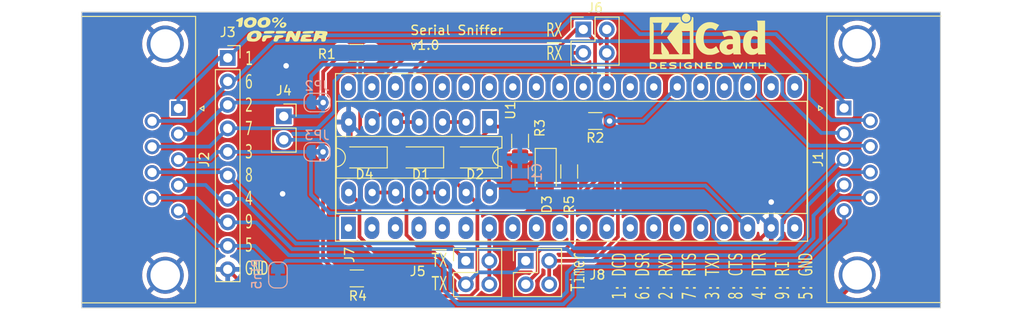
<source format=kicad_pcb>
(kicad_pcb (version 20240108) (generator "pcbnew") (generator_version "8.0")
  (layers (0 "F.Cu" signal) (31 "B.Cu" signal) (34 "B.Paste" user) (35 "F.Paste" user) (36 "B.SilkS" user "B.Silkscreen") (37 "F.SilkS" user "F.Silkscreen") (38 "B.Mask" user) (39 "F.Mask" user) (44 "Edge.Cuts" user))
  (net 0 "")
  (net 1 "GND")
  (net 2 "+5V")
  (net 3 "/Pin1")
  (net 4 "/Pin2")
  (net 5 "/Pin5")
  (net 6 "/Pin6")
  (net 7 "/Pin8")
  (net 8 "/Pin9")
  (net 9 "/Pin4")
  (net 10 "/Pin7")
  (net 11 "/Pin3")
  (net 12 "Net-(D1-K)")
  (net 13 "Net-(D3-A)")
  (net 14 "/~{RX2}")
  (net 15 "/~{RX1}")
  (net 16 "/B14")
  (net 17 "/B3")
  (net 18 "/uA7")
  (net 19 "/C14")
  (net 20 "/B15")
  (net 21 "/B2")
  (net 22 "/B13")
  (net 23 "/uA5")
  (net 24 "/SCL")
  (net 25 "/C15")
  (net 26 "/VB")
  (net 27 "/~{STMRST}")
  (net 28 "/B9")
  (net 29 "/B10")
  (net 30 "/B8")
  (net 31 "/uA0")
  (net 32 "/uA4")
  (net 33 "/uA6")
  (net 34 "/uA1")
  (net 35 "/B5")
  (net 36 "/C13")
  (net 37 "/B0")
  (net 38 "/uA8")
  (net 39 "/B1")
  (net 40 "/B4")
  (net 41 "/USB+")
  (net 42 "/B12")
  (net 43 "/USB-")
  (net 44 "/SDA")
  (net 45 "/RX1#")
  (net 46 "/RX2#")
  (net 47 "/TX1")
  (net 48 "/TX2")
  (net 49 "/uA15")
  (net 50 "Net-(J4-Pin_1)")
  (net 51 "Net-(J4-Pin_2)")
  (net 52 "Net-(U1-Pad2)")
  (net 53 "/STMRX2")
  (net 54 "/STMRX1")
  (net 55 "Net-(U1-Pad11)")
  (footprint "Package_DIP:DIP-40_W15.24mm_Socket_LongPads" (layer "F.Cu") (at 93.98 93.345 90)
    (property "Reference" "J7" (at -2.921 0.127 90) (layer "F.SilkS"))
    (property "Value" "STM32F401" (hide yes))
    (pad "1" thru_hole rect (at 0 0 90) (size 2.4 1.6) (drill 0.8) (layers "*.Cu" "*.Mask") (net 42 "/B12"))
    (pad "2" thru_hole oval (at 0 2.54 90) (size 2.4 1.6) (drill 0.8) (layers "*.Cu" "*.Mask") (net 22 "/B13"))
    (pad "3" thru_hole oval (at 0 5.08 90) (size 2.4 1.6) (drill 0.8) (layers "*.Cu" "*.Mask") (net 16 "/B14"))
    (pad "4" thru_hole oval (at 0 7.62 90) (size 2.4 1.6) (drill 0.8) (layers "*.Cu" "*.Mask") (net 20 "/B15"))
    (pad "5" thru_hole oval (at 0 10.16 90) (size 2.4 1.6) (drill 0.8) (layers "*.Cu" "*.Mask") (net 38 "/uA8"))
    (pad "6" thru_hole oval (at 0 12.7 90) (size 2.4 1.6) (drill 0.8) (layers "*.Cu" "*.Mask") (net 47 "/TX1"))
    (pad "7" thru_hole oval (at 0 15.24 90) (size 2.4 1.6) (drill 0.8) (layers "*.Cu" "*.Mask") (net 54 "/STMRX1"))
    (pad "8" thru_hole oval (at 0 17.78 90) (size 2.4 1.6) (drill 0.8) (layers "*.Cu" "*.Mask") (net 43 "/USB-"))
    (pad "9" thru_hole oval (at 0 20.32 90) (size 2.4 1.6) (drill 0.8) (layers "*.Cu" "*.Mask") (net 41 "/USB+"))
    (pad "10" thru_hole oval (at 0 22.86 90) (size 2.4 1.6) (drill 0.8) (layers "*.Cu" "*.Mask") (net 49 "/uA15"))
    (pad "11" thru_hole oval (at 0 25.4 90) (size 2.4 1.6) (drill 0.8) (layers "*.Cu" "*.Mask") (net 17 "/B3"))
    (pad "12" thru_hole oval (at 0 27.94 90) (size 2.4 1.6) (drill 0.8) (layers "*.Cu" "*.Mask") (net 40 "/B4"))
    (pad "13" thru_hole oval (at 0 30.48 90) (size 2.4 1.6) (drill 0.8) (layers "*.Cu" "*.Mask") (net 35 "/B5"))
    (pad "14" thru_hole oval (at 0 33.02 90) (size 2.4 1.6) (drill 0.8) (layers "*.Cu" "*.Mask") (net 24 "/SCL"))
    (pad "15" thru_hole oval (at 0 35.56 90) (size 2.4 1.6) (drill 0.8) (layers "*.Cu" "*.Mask") (net 44 "/SDA"))
    (pad "16" thru_hole oval (at 0 38.1 90) (size 2.4 1.6) (drill 0.8) (layers "*.Cu" "*.Mask") (net 30 "/B8"))
    (pad "17" thru_hole oval (at 0 40.64 90) (size 2.4 1.6) (drill 0.8) (layers "*.Cu" "*.Mask") (net 28 "/B9"))
    (pad "18" thru_hole oval (at 0 43.18 90) (size 2.4 1.6) (drill 0.8) (layers "*.Cu" "*.Mask") (net 2 "+5V"))
    (pad "19" thru_hole oval (at 0 45.72 90) (size 2.4 1.6) (drill 0.8) (layers "*.Cu" "*.Mask") (net 1 "GND"))
    (pad "20" thru_hole oval (at 0 48.26 90) (size 2.4 1.6) (drill 0.8) (layers "*.Cu" "*.Mask"))
    (pad "21" thru_hole oval (at 15.24 48.26 90) (size 2.4 1.6) (drill 0.8) (layers "*.Cu" "*.Mask") (net 26 "/VB"))
    (pad "22" thru_hole oval (at 15.24 45.72 90) (size 2.4 1.6) (drill 0.8) (layers "*.Cu" "*.Mask") (net 36 "/C13"))
    (pad "23" thru_hole oval (at 15.24 43.18 90) (size 2.4 1.6) (drill 0.8) (layers "*.Cu" "*.Mask") (net 19 "/C14"))
    (pad "24" thru_hole oval (at 15.24 40.64 90) (size 2.4 1.6) (drill 0.8) (layers "*.Cu" "*.Mask") (net 25 "/C15"))
    (pad "25" thru_hole oval (at 15.24 38.1 90) (size 2.4 1.6) (drill 0.8) (layers "*.Cu" "*.Mask") (net 27 "/~{STMRST}"))
    (pad "26" thru_hole oval (at 15.24 35.56 90) (size 2.4 1.6) (drill 0.8) (layers "*.Cu" "*.Mask") (net 31 "/uA0"))
    (pad "27" thru_hole oval (at 15.24 33.02 90) (size 2.4 1.6) (drill 0.8) (layers "*.Cu" "*.Mask") (net 34 "/uA1"))
    (pad "28" thru_hole oval (at 15.24 30.48 90) (size 2.4 1.6) (drill 0.8) (layers "*.Cu" "*.Mask") (net 48 "/TX2"))
    (pad "29" thru_hole oval (at 15.24 27.94 90) (size 2.4 1.6) (drill 0.8) (layers "*.Cu" "*.Mask") (net 53 "/STMRX2"))
    (pad "30" thru_hole oval (at 15.24 25.4 90) (size 2.4 1.6) (drill 0.8) (layers "*.Cu" "*.Mask") (net 32 "/uA4"))
    (pad "31" thru_hole oval (at 15.24 22.86 90) (size 2.4 1.6) (drill 0.8) (layers "*.Cu" "*.Mask") (net 23 "/uA5"))
    (pad "32" thru_hole oval (at 15.24 20.32 90) (size 2.4 1.6) (drill 0.8) (layers "*.Cu" "*.Mask") (net 33 "/uA6"))
    (pad "33" thru_hole oval (at 15.24 17.78 90) (size 2.4 1.6) (drill 0.8) (layers "*.Cu" "*.Mask") (net 18 "/uA7"))
    (pad "34" thru_hole oval (at 15.24 15.24 90) (size 2.4 1.6) (drill 0.8) (layers "*.Cu" "*.Mask") (net 37 "/B0"))
    (pad "35" thru_hole oval (at 15.24 12.7 90) (size 2.4 1.6) (drill 0.8) (layers "*.Cu" "*.Mask") (net 39 "/B1"))
    (pad "36" thru_hole oval (at 15.24 10.16 90) (size 2.4 1.6) (drill 0.8) (layers "*.Cu" "*.Mask") (net 21 "/B2"))
    (pad "37" thru_hole oval (at 15.24 7.62 90) (size 2.4 1.6) (drill 0.8) (layers "*.Cu" "*.Mask") (net 29 "/B10"))
    (pad "38" thru_hole oval (at 15.24 5.08 90) (size 2.4 1.6) (drill 0.8) (layers "*.Cu" "*.Mask"))
    (pad "39" thru_hole oval (at 15.24 2.54 90) (size 2.4 1.6) (drill 0.8) (layers "*.Cu" "*.Mask"))
    (pad "40" thru_hole oval (at 15.24 0 90) (size 2.4 1.6) (drill 0.8) (layers "*.Cu" "*.Mask"))
  )
  (footprint "Resistor_SMD:R_1206_3216Metric_Pad1.30x1.75mm_HandSolder" (layer "F.Cu") (at 112.548 83.947 -90)
    (property "Reference" "R3" (at -1.397 -2.133 90) (layer "F.SilkS"))
    (property "Value" "1k")
    (pad "1" smd roundrect (at -1.55 0 270) (size 1.3 1.75) (layers "F.Cu" "F.Paste" "F.Mask") (roundrect_rratio 0.192308) (net 12 "Net-(D1-K)"))
    (pad "2" smd roundrect (at 1.55 0 270) (size 1.3 1.75) (layers "F.Cu" "F.Paste" "F.Mask") (roundrect_rratio 0.192308) (net 2 "+5V"))
  )
  (footprint "Connector_Dsub:DSUB-9_Female_Horizontal_P2.77x2.84mm_EdgePinOffset7.70mm_Housed_MountingHolesOffset9.12mm" (layer "F.Cu") (at 147.574 80.391 90)
    (property "Reference" "J1" (at -5.54 -2.8 90) (layer "F.SilkS"))
    (property "Value" "DE9_Plug_MountingHoles")
    (pad "0" thru_hole circle (at -18.04 1.42 90) (size 4 4) (drill 3.2) (layers "*.Cu" "*.Mask") (net 1 "GND"))
    (pad "0" thru_hole circle (at 6.96 1.42 90) (size 4 4) (drill 3.2) (layers "*.Cu" "*.Mask") (net 1 "GND"))
    (pad "1" thru_hole rect (at 0 0 90) (size 1.6 1.6) (drill 1) (layers "*.Cu" "*.Mask") (net 3 "/Pin1"))
    (pad "2" thru_hole circle (at -2.77 0 90) (size 1.6 1.6) (drill 1) (layers "*.Cu" "*.Mask") (net 4 "/Pin2"))
    (pad "3" thru_hole circle (at -5.54 0 90) (size 1.6 1.6) (drill 1) (layers "*.Cu" "*.Mask") (net 11 "/Pin3"))
    (pad "4" thru_hole circle (at -8.31 0 90) (size 1.6 1.6) (drill 1) (layers "*.Cu" "*.Mask") (net 9 "/Pin4"))
    (pad "5" thru_hole circle (at -11.08 0 90) (size 1.6 1.6) (drill 1) (layers "*.Cu" "*.Mask") (net 5 "/Pin5"))
    (pad "6" thru_hole circle (at -1.385 2.84 90) (size 1.6 1.6) (drill 1) (layers "*.Cu" "*.Mask") (net 6 "/Pin6"))
    (pad "7" thru_hole circle (at -4.155 2.84 90) (size 1.6 1.6) (drill 1) (layers "*.Cu" "*.Mask") (net 10 "/Pin7"))
    (pad "8" thru_hole circle (at -6.925 2.84 90) (size 1.6 1.6) (drill 1) (layers "*.Cu" "*.Mask") (net 7 "/Pin8"))
    (pad "9" thru_hole circle (at -9.695 2.84 90) (size 1.6 1.6) (drill 1) (layers "*.Cu" "*.Mask") (net 8 "/Pin9"))
  )
  (footprint "Diode_SMD:D_1206_3216Metric_Pad1.42x1.75mm_HandSolder" (layer "F.Cu") (at 101.8175 85.725 180)
    (property "Reference" "D1" (at 0 -1.82 0) (layer "F.SilkS"))
    (property "Value" "1N4148")
    (pad "1" smd roundrect (at -1.4875 0 180) (size 1.425 1.75) (layers "F.Cu" "F.Paste" "F.Mask") (roundrect_rratio 0.175439) (net 12 "Net-(D1-K)"))
    (pad "2" smd roundrect (at 1.4875 0 180) (size 1.425 1.75) (layers "F.Cu" "F.Paste" "F.Mask") (roundrect_rratio 0.175439) (net 1 "GND"))
  )
  (footprint "Symbol:KiCad-Logo2_5mm_SilkScreen" (layer "F.Cu") (at 132.842 73.152)
    (property "Reference" "H1" (hide yes))
    (property "Value" "Logo: kicad" (hide yes))
  )
  (footprint "Connector_PinHeader_2.54mm:PinHeader_2x02_P2.54mm_Vertical" (layer "F.Cu") (at 106.68 96.901)
    (property "Reference" "J5" (at -5.207 1.143 0) (layer "F.SilkS"))
    (property "Value" "Conn_02x02_Odd_Even" (hide yes))
    (pad "1" thru_hole rect (at 0 0) (size 1.7 1.7) (drill 1) (layers "*.Cu" "*.Mask") (net 15 "/~{RX1}"))
    (pad "2" thru_hole oval (at 2.54 0) (size 1.7 1.7) (drill 1) (layers "*.Cu" "*.Mask") (net 54 "/STMRX1"))
    (pad "3" thru_hole oval (at 0 2.54) (size 1.7 1.7) (drill 1) (layers "*.Cu" "*.Mask") (net 45 "/RX1#"))
    (pad "4" thru_hole oval (at 2.54 2.54) (size 1.7 1.7) (drill 1) (layers "*.Cu" "*.Mask") (net 54 "/STMRX1"))
  )
  (footprint "Resistor_SMD:R_1206_3216Metric_Pad1.30x1.75mm_HandSolder" (layer "F.Cu") (at 120.676 81.788 180)
    (property "Reference" "R2" (at 0 -1.82 0) (layer "F.SilkS"))
    (property "Value" "10k")
    (pad "1" smd roundrect (at -1.55 0 180) (size 1.3 1.75) (layers "F.Cu" "F.Paste" "F.Mask") (roundrect_rratio 0.192308) (net 31 "/uA0"))
    (pad "2" smd roundrect (at 1.55 0 180) (size 1.3 1.75) (layers "F.Cu" "F.Paste" "F.Mask") (roundrect_rratio 0.192308) (net 2 "+5V"))
  )
  (footprint "Connector_PinSocket_2.54mm:PinSocket_1x10_P2.54mm_Vertical" (layer "F.Cu") (at 80.934 74.965)
    (property "Reference" "J3" (at 0 -2.77 0) (layer "F.SilkS"))
    (property "Value" "Conn_01x10" (hide yes))
    (pad "1" thru_hole rect (at 0 0) (size 1.7 1.7) (drill 1) (layers "*.Cu" "*.Mask") (net 3 "/Pin1"))
    (pad "2" thru_hole oval (at 0 2.54) (size 1.7 1.7) (drill 1) (layers "*.Cu" "*.Mask") (net 6 "/Pin6"))
    (pad "3" thru_hole oval (at 0 5.08) (size 1.7 1.7) (drill 1) (layers "*.Cu" "*.Mask") (net 4 "/Pin2"))
    (pad "4" thru_hole oval (at 0 7.62) (size 1.7 1.7) (drill 1) (layers "*.Cu" "*.Mask") (net 10 "/Pin7"))
    (pad "5" thru_hole oval (at 0 10.16) (size 1.7 1.7) (drill 1) (layers "*.Cu" "*.Mask") (net 11 "/Pin3"))
    (pad "6" thru_hole oval (at 0 12.7) (size 1.7 1.7) (drill 1) (layers "*.Cu" "*.Mask") (net 7 "/Pin8"))
    (pad "7" thru_hole oval (at 0 15.24) (size 1.7 1.7) (drill 1) (layers "*.Cu" "*.Mask") (net 9 "/Pin4"))
    (pad "8" thru_hole oval (at 0 17.78) (size 1.7 1.7) (drill 1) (layers "*.Cu" "*.Mask") (net 8 "/Pin9"))
    (pad "9" thru_hole oval (at 0 20.32) (size 1.7 1.7) (drill 1) (layers "*.Cu" "*.Mask") (net 5 "/Pin5"))
    (pad "10" thru_hole oval (at 0 22.86) (size 1.7 1.7) (drill 1) (layers "*.Cu" "*.Mask") (net 1 "GND"))
  )
  (footprint "Connector_Dsub:DSUB-9_Male_Horizontal_P2.77x2.84mm_EdgePinOffset7.70mm_Housed_MountingHolesOffset9.12mm" (layer "F.Cu") (at 75.6 80.426 -90)
    (property "Reference" "J2" (at 5.54 -2.8 -90) (layer "F.SilkS"))
    (property "Value" "DE9_Receptacle_MountingHoles")
    (pad "0" thru_hole circle (at -6.96 1.42 270) (size 4 4) (drill 3.2) (layers "*.Cu" "*.Mask") (net 1 "GND"))
    (pad "0" thru_hole circle (at 18.04 1.42 270) (size 4 4) (drill 3.2) (layers "*.Cu" "*.Mask") (net 1 "GND"))
    (pad "1" thru_hole rect (at 0 0 270) (size 1.6 1.6) (drill 1) (layers "*.Cu" "*.Mask") (net 3 "/Pin1"))
    (pad "2" thru_hole circle (at 2.77 0 270) (size 1.6 1.6) (drill 1) (layers "*.Cu" "*.Mask") (net 4 "/Pin2"))
    (pad "3" thru_hole circle (at 5.54 0 270) (size 1.6 1.6) (drill 1) (layers "*.Cu" "*.Mask") (net 11 "/Pin3"))
    (pad "4" thru_hole circle (at 8.31 0 270) (size 1.6 1.6) (drill 1) (layers "*.Cu" "*.Mask") (net 9 "/Pin4"))
    (pad "5" thru_hole circle (at 11.08 0 270) (size 1.6 1.6) (drill 1) (layers "*.Cu" "*.Mask") (net 5 "/Pin5"))
    (pad "6" thru_hole circle (at 1.385 2.84 270) (size 1.6 1.6) (drill 1) (layers "*.Cu" "*.Mask") (net 6 "/Pin6"))
    (pad "7" thru_hole circle (at 4.155 2.84 270) (size 1.6 1.6) (drill 1) (layers "*.Cu" "*.Mask") (net 10 "/Pin7"))
    (pad "8" thru_hole circle (at 6.925 2.84 270) (size 1.6 1.6) (drill 1) (layers "*.Cu" "*.Mask") (net 7 "/Pin8"))
    (pad "9" thru_hole circle (at 9.695 2.84 270) (size 1.6 1.6) (drill 1) (layers "*.Cu" "*.Mask") (net 8 "/Pin9"))
  )
  (footprint "Diode_SMD:D_1206_3216Metric_Pad1.42x1.75mm_HandSolder" (layer "F.Cu") (at 107.6855 85.725 180)
    (property "Reference" "D2" (at 0 -1.82 0) (layer "F.SilkS"))
    (property "Value" "1N4148")
    (pad "1" smd roundrect (at -1.4875 0 180) (size 1.425 1.75) (layers "F.Cu" "F.Paste" "F.Mask") (roundrect_rratio 0.175439) (net 2 "+5V"))
    (pad "2" smd roundrect (at 1.4875 0 180) (size 1.425 1.75) (layers "F.Cu" "F.Paste" "F.Mask") (roundrect_rratio 0.175439) (net 12 "Net-(D1-K)"))
  )
  (footprint "Connector_PinHeader_2.54mm:PinHeader_2x02_P2.54mm_Vertical" (layer "F.Cu") (at 119.38 71.882)
    (property "Reference" "J6" (at 1.27 -2.33 0) (layer "F.SilkS"))
    (property "Value" "Conn_02x02_Odd_Even")
    (pad "1" thru_hole rect (at 0 0) (size 1.7 1.7) (drill 1) (layers "*.Cu" "*.Mask") (net 46 "/RX2#"))
    (pad "2" thru_hole oval (at 2.54 0) (size 1.7 1.7) (drill 1) (layers "*.Cu" "*.Mask") (net 53 "/STMRX2"))
    (pad "3" thru_hole oval (at 0 2.54) (size 1.7 1.7) (drill 1) (layers "*.Cu" "*.Mask") (net 14 "/~{RX2}"))
    (pad "4" thru_hole oval (at 2.54 2.54) (size 1.7 1.7) (drill 1) (layers "*.Cu" "*.Mask") (net 53 "/STMRX2"))
  )
  (footprint "Resistor_SMD:R_1206_3216Metric_Pad1.30x1.75mm_HandSolder" (layer "F.Cu") (at 117.856 87.249 90)
    (property "Reference" "R5" (at -3.556 0 90) (layer "F.SilkS"))
    (property "Value" "1k")
    (pad "1" smd roundrect (at -1.55 0 90) (size 1.3 1.75) (layers "F.Cu" "F.Paste" "F.Mask") (roundrect_rratio 0.192308) (net 13 "Net-(D3-A)"))
    (pad "2" smd roundrect (at 1.55 0 90) (size 1.3 1.75) (layers "F.Cu" "F.Paste" "F.Mask") (roundrect_rratio 0.192308) (net 2 "+5V"))
  )
  (footprint "Resistor_SMD:R_1206_3216Metric_Pad1.30x1.75mm_HandSolder" (layer "F.Cu") (at 94.843 74.422)
    (property "Reference" "R1" (at -3.201 0.127 0) (layer "F.SilkS"))
    (property "Value" "10k")
    (pad "1" smd roundrect (at -1.55 0) (size 1.3 1.75) (layers "F.Cu" "F.Paste" "F.Mask") (roundrect_rratio 0.192308) (net 50 "Net-(J4-Pin_1)"))
    (pad "2" smd roundrect (at 1.55 0) (size 1.3 1.75) (layers "F.Cu" "F.Paste" "F.Mask") (roundrect_rratio 0.192308) (net 12 "Net-(D1-K)"))
  )
  (footprint "Resistor_SMD:R_1206_3216Metric_Pad1.30x1.75mm_HandSolder" (layer "F.Cu") (at 94.895 98.806)
    (property "Reference" "R4" (at 0.101 1.905 0) (layer "F.SilkS"))
    (property "Value" "10k")
    (pad "1" smd roundrect (at -1.55 0) (size 1.3 1.75) (layers "F.Cu" "F.Paste" "F.Mask") (roundrect_rratio 0.192308) (net 51 "Net-(J4-Pin_2)"))
    (pad "2" smd roundrect (at 1.55 0) (size 1.3 1.75) (layers "F.Cu" "F.Paste" "F.Mask") (roundrect_rratio 0.192308) (net 13 "Net-(D3-A)"))
  )
  (footprint "Diode_SMD:D_1206_3216Metric_Pad1.42x1.75mm_HandSolder" (layer "F.Cu") (at 95.7215 85.725 180)
    (property "Reference" "D4" (at 0 -1.82 0) (layer "F.SilkS"))
    (property "Value" "1N4148")
    (pad "1" smd roundrect (at -1.4875 0 180) (size 1.425 1.75) (layers "F.Cu" "F.Paste" "F.Mask") (roundrect_rratio 0.175439) (net 13 "Net-(D3-A)"))
    (pad "2" smd roundrect (at 1.4875 0 180) (size 1.425 1.75) (layers "F.Cu" "F.Paste" "F.Mask") (roundrect_rratio 0.175439) (net 1 "GND"))
  )
  (footprint "Diode_SMD:D_1206_3216Metric_Pad1.42x1.75mm_HandSolder" (layer "F.Cu") (at 115.316 87.2125 -90)
    (property "Reference" "D3" (at 3.5925 -0.127 90) (layer "F.SilkS"))
    (property "Value" "1N4148")
    (pad "1" smd roundrect (at -1.4875 0 270) (size 1.425 1.75) (layers "F.Cu" "F.Paste" "F.Mask") (roundrect_rratio 0.175439) (net 2 "+5V"))
    (pad "2" smd roundrect (at 1.4875 0 270) (size 1.425 1.75) (layers "F.Cu" "F.Paste" "F.Mask") (roundrect_rratio 0.175439) (net 13 "Net-(D3-A)"))
  )
  (footprint "Connector_PinHeader_2.54mm:PinHeader_2x02_P2.54mm_Vertical" (layer "F.Cu") (at 113.157 96.901)
    (property "Reference" "J8" (at 7.747 1.524 0) (layer "F.SilkS"))
    (property "Value" "Conn_02x02_Odd_Even" (hide yes))
    (pad "1" thru_hole rect (at 0 0) (size 1.7 1.7) (drill 1) (layers "*.Cu" "*.Mask") (net 45 "/RX1#"))
    (pad "2" thru_hole oval (at 2.54 0) (size 1.7 1.7) (drill 1) (layers "*.Cu" "*.Mask") (net 31 "/uA0"))
    (pad "3" thru_hole oval (at 0 2.54) (size 1.7 1.7) (drill 1) (layers "*.Cu" "*.Mask") (net 46 "/RX2#"))
    (pad "4" thru_hole oval (at 2.54 2.54) (size 1.7 1.7) (drill 1) (layers "*.Cu" "*.Mask") (net 31 "/uA0"))
  )
  (footprint "my_own:Logo_100ProzentOffner_10x2.7mm" (layer "F.Cu") (at 86.741 71.882)
    (property "Reference" "H2" (hide yes))
    (property "Value" "Logo: 100% Offner" (hide yes))
  )
  (footprint "Package_DIP:DIP-14_W7.62mm_LongPads" (layer "F.Cu") (at 109.251 81.9 -90)
    (property "Reference" "U1" (at -1.255 -2.255 90) (layer "F.SilkS"))
    (property "Value" "74HC14")
    (pad "1" thru_hole rect (at 0 0 270) (size 2.4 1.6) (drill 0.8) (layers "*.Cu" "*.Mask") (net 12 "Net-(D1-K)"))
    (pad "2" thru_hole oval (at 0 2.54 270) (size 2.4 1.6) (drill 0.8) (layers "*.Cu" "*.Mask") (net 52 "Net-(U1-Pad2)"))
    (pad "3" thru_hole oval (at 0 5.08 270) (size 2.4 1.6) (drill 0.8) (layers "*.Cu" "*.Mask") (net 52 "Net-(U1-Pad2)"))
    (pad "4" thru_hole oval (at 0 7.62 270) (size 2.4 1.6) (drill 0.8) (layers "*.Cu" "*.Mask") (net 14 "/~{RX2}"))
    (pad "5" thru_hole oval (at 0 10.16 270) (size 2.4 1.6) (drill 0.8) (layers "*.Cu" "*.Mask") (net 14 "/~{RX2}"))
    (pad "6" thru_hole oval (at 0 12.7 270) (size 2.4 1.6) (drill 0.8) (layers "*.Cu" "*.Mask") (net 46 "/RX2#"))
    (pad "7" thru_hole oval (at 0 15.24 270) (size 2.4 1.6) (drill 0.8) (layers "*.Cu" "*.Mask") (net 1 "GND"))
    (pad "8" thru_hole oval (at 7.62 15.24 270) (size 2.4 1.6) (drill 0.8) (layers "*.Cu" "*.Mask") (net 45 "/RX1#"))
    (pad "9" thru_hole oval (at 7.62 12.7 270) (size 2.4 1.6) (drill 0.8) (layers "*.Cu" "*.Mask") (net 15 "/~{RX1}"))
    (pad "10" thru_hole oval (at 7.62 10.16 270) (size 2.4 1.6) (drill 0.8) (layers "*.Cu" "*.Mask") (net 15 "/~{RX1}"))
    (pad "11" thru_hole oval (at 7.62 7.62 270) (size 2.4 1.6) (drill 0.8) (layers "*.Cu" "*.Mask") (net 55 "Net-(U1-Pad11)"))
    (pad "12" thru_hole oval (at 7.62 5.08 270) (size 2.4 1.6) (drill 0.8) (layers "*.Cu" "*.Mask") (net 55 "Net-(U1-Pad11)"))
    (pad "13" thru_hole oval (at 7.62 2.54 270) (size 2.4 1.6) (drill 0.8) (layers "*.Cu" "*.Mask") (net 13 "Net-(D3-A)"))
    (pad "14" thru_hole oval (at 7.62 0 270) (size 2.4 1.6) (drill 0.8) (layers "*.Cu" "*.Mask") (net 2 "+5V"))
  )
  (footprint "Connector_PinSocket_2.54mm:PinSocket_1x02_P2.54mm_Vertical" (layer "F.Cu") (at 86.995 81.28)
    (property "Reference" "J4" (at 0 -2.77 0) (layer "F.SilkS"))
    (property "Value" "Conn_01x02")
    (pad "1" thru_hole rect (at 0 0) (size 1.7 1.7) (drill 1) (layers "*.Cu" "*.Mask") (net 50 "Net-(J4-Pin_1)"))
    (pad "2" thru_hole oval (at 0 2.54) (size 1.7 1.7) (drill 1) (layers "*.Cu" "*.Mask") (net 51 "Net-(J4-Pin_2)"))
  )
  (footprint "Jumper:SolderJumper-2_P1.3mm_Bridged_RoundedPad1.0x1.5mm" (layer "B.Cu") (at 86.36 98.44 -90)
    (property "Reference" "JP1" (hide yes))
    (property "Value" "Pin5" (at -0.112 2.286 90) (layer "B.SilkS") (effects (justify mirror)))
    (fp_poly (pts (xy 0.25 0.3) (xy -0.25 0.3) (xy -0.25 -0.3) (xy 0.25 -0.3)) (fill solid) (layer "B.Cu"))
    (pad "1" smd custom (at -0.65 0 270) (size 1 0.5) (layers "B.Cu" "B.Mask") (net 5 "/Pin5") (options (clearance outline) (anchor rect)) (primitives (gr_circle (center 0 -0.25) (end 0.5 -0.25) (width 0) (fill yes)) (gr_circle (center 0 0.25) (end 0.5 0.25) (width 0) (fill yes)) (gr_poly (pts (xy 0.5 -0.75) (xy 0 -0.75) (xy 0 0.75) (xy 0.5 0.75)) (width 0) (fill yes))))
    (pad "2" smd custom (at 0.65 0 270) (size 1 0.5) (layers "B.Cu" "B.Mask") (net 1 "GND") (options (clearance outline) (anchor rect)) (primitives (gr_circle (center 0 -0.25) (end 0.5 -0.25) (width 0) (fill yes)) (gr_circle (center 0 0.25) (end 0.5 0.25) (width 0) (fill yes)) (gr_poly (pts (xy 0 -0.75) (xy -0.5 -0.75) (xy -0.5 0.75) (xy 0 0.75)) (width 0) (fill yes))))
  )
  (footprint "Jumper:SolderJumper-2_P1.3mm_Bridged_RoundedPad1.0x1.5mm" (layer "B.Cu") (at 90.601 79.791 180)
    (property "Reference" "JP2" (at 0 1.8 0) (layer "B.SilkS") (effects (justify mirror)))
    (property "Value" "Pin5")
    (fp_poly (pts (xy 0.25 0.3) (xy -0.25 0.3) (xy -0.25 -0.3) (xy 0.25 -0.3)) (fill solid) (layer "B.Cu"))
    (pad "1" smd custom (at -0.65 0 180) (size 1 0.5) (layers "B.Cu" "B.Mask") (net 50 "Net-(J4-Pin_1)") (options (clearance outline) (anchor rect)) (primitives (gr_circle (center 0 -0.25) (end 0.5 -0.25) (width 0) (fill yes)) (gr_circle (center 0 0.25) (end 0.5 0.25) (width 0) (fill yes)) (gr_poly (pts (xy 0.5 -0.75) (xy 0 -0.75) (xy 0 0.75) (xy 0.5 0.75)) (width 0) (fill yes))))
    (pad "2" smd custom (at 0.65 0 180) (size 1 0.5) (layers "B.Cu" "B.Mask") (net 4 "/Pin2") (options (clearance outline) (anchor rect)) (primitives (gr_circle (center 0 -0.25) (end 0.5 -0.25) (width 0) (fill yes)) (gr_circle (center 0 0.25) (end 0.5 0.25) (width 0) (fill yes)) (gr_poly (pts (xy 0 -0.75) (xy -0.5 -0.75) (xy -0.5 0.75) (xy 0 0.75)) (width 0) (fill yes))))
  )
  (footprint "Jumper:SolderJumper-2_P1.3mm_Bridged_RoundedPad1.0x1.5mm" (layer "B.Cu") (at 90.586 85.125 180)
    (property "Reference" "JP3" (at 0 1.8 0) (layer "B.SilkS") (effects (justify mirror)))
    (property "Value" "Pin5")
    (fp_poly (pts (xy 0.25 0.3) (xy -0.25 0.3) (xy -0.25 -0.3) (xy 0.25 -0.3)) (fill solid) (layer "B.Cu"))
    (pad "1" smd custom (at -0.65 0 180) (size 1 0.5) (layers "B.Cu" "B.Mask") (net 51 "Net-(J4-Pin_2)") (options (clearance outline) (anchor rect)) (primitives (gr_circle (center 0 -0.25) (end 0.5 -0.25) (width 0) (fill yes)) (gr_circle (center 0 0.25) (end 0.5 0.25) (width 0) (fill yes)) (gr_poly (pts (xy 0.5 -0.75) (xy 0 -0.75) (xy 0 0.75) (xy 0.5 0.75)) (width 0) (fill yes))))
    (pad "2" smd custom (at 0.65 0 180) (size 1 0.5) (layers "B.Cu" "B.Mask") (net 11 "/Pin3") (options (clearance outline) (anchor rect)) (primitives (gr_circle (center 0 -0.25) (end 0.5 -0.25) (width 0) (fill yes)) (gr_circle (center 0 0.25) (end 0.5 0.25) (width 0) (fill yes)) (gr_poly (pts (xy 0 -0.75) (xy -0.5 -0.75) (xy -0.5 0.75) (xy 0 0.75)) (width 0) (fill yes))))
  )
  (footprint "Capacitor_SMD:C_1206_3216Metric" (layer "B.Cu") (at 112.522 87.298 90)
    (property "Reference" "C1" (at 0 1.85 90) (layer "B.SilkS") (effects (justify mirror)))
    (property "Value" "100n")
    (pad "1" smd roundrect (at -1.475 0 90) (size 1.15 1.8) (layers "B.Cu" "B.Paste" "B.Mask") (roundrect_rratio 0.217391) (net 2 "+5V"))
    (pad "2" smd roundrect (at 1.475 0 90) (size 1.15 1.8) (layers "B.Cu" "B.Paste" "B.Mask") (roundrect_rratio 0.217391) (net 1 "GND"))
  )
  (gr_rect (start 65.143 70) (end 158.001 102) (stroke (width 0.1)) (fill none) (layer "Edge.Cuts"))
  (gr_text "Timer" (at 119.761 96.012 90) (layer "F.SilkS") (effects (font (size 1.5 1)) (justify right bottom)))
  (gr_text "RX\n~{RX}\n" (at 117.094 75.438 0) (layer "F.SilkS") (effects (font (size 1.5 1)) (justify right bottom)))
  (gr_text "Serial Sniffer\nv1.0" (at 100.584 74.168 0) (layer "F.SilkS") (effects (font (size 1 1)) (justify left bottom)))
  (gr_text "1\n6\n2\n7\n3\n8\n4\n9\n5\nGND" (at 82.804 98.679 0) (layer "F.SilkS") (effects (font (size 1.5 1)) (justify left bottom)))
  (gr_text "1: DCD\n6: DSR\n2: RXD\n7: RTS\n3: TXD\n8: CTS\n4: DTR\n9: RI\n5: GND" (at 144.399 101.092 90) (layer "F.SilkS") (effects (font (size 1.5 1)) (justify left bottom)))
  (gr_text "~{TX}\nTX" (at 104.648 100.33 0) (layer "F.SilkS") (effects (font (size 1.5 1)) (justify right bottom)))
  (segment (start 141.732 100.691) (end 147.310669 100.691) (width 0.4) (layer "F.Cu") (net 1))
  (segment (start 94.387 84.1) (end 94.234 83.947) (width 0.4) (layer "F.Cu") (net 1))
  (segment (start 131.445 101.6) (end 84.709 101.6) (width 0.4) (layer "F.Cu") (net 1))
  (segment (start 84.709 101.6) (end 80.934 97.825) (width 0.4) (layer "F.Cu") (net 1))
  (segment (start 139.7 93.345) (end 139.7 98.659) (width 0.4) (layer "F.Cu") (net 1))
  (segment (start 139.7 93.345) (end 131.445 101.6) (width 0.4) (layer "F.Cu") (net 1))
  (segment (start 100.33 85.725) (end 98.705 84.1) (width 0.4) (layer "F.Cu") (net 1))
  (segment (start 94.234 85.725) (end 94.234 83.947) (width 0.4) (layer "F.Cu") (net 1))
  (segment (start 147.310669 100.691) (end 147.874 100.127669) (width 0.4) (layer "F.Cu") (net 1))
  (segment (start 98.705 84.1) (end 94.387 84.1) (width 0.4) (layer "F.Cu") (net 1))
  (segment (start 94.234 83.947) (end 94.234 82.123) (width 0.4) (layer "F.Cu") (net 1))
  (segment (start 139.7 98.659) (end 141.732 100.691) (width 0.4) (layer "F.Cu") (net 1))
  (via (at 87.249 75.819) (size 1.2) (drill 0.6) (layers "F.Cu" "B.Cu") (net 1))
  (via (at 139.7 90.551) (size 1.2) (drill 0.6) (layers "F.Cu" "B.Cu") (net 1))
  (via (at 86.868 89.662) (size 1.2) (drill 0.6) (layers "F.Cu" "B.Cu") (net 1))
  (segment (start 83.977 99.09) (end 86.36 99.09) (width 0.4) (layer "B.Cu") (net 1))
  (segment (start 132.178 85.823) (end 112.522 85.823) (width 0.4) (layer "B.Cu") (net 1))
  (segment (start 97.934 85.823) (end 94.011 81.9) (width 0.4) (layer "B.Cu") (net 1))
  (segment (start 80.934 97.825) (end 82.712 97.825) (width 0.4) (layer "B.Cu") (net 1))
  (segment (start 139.7 93.345) (end 132.178 85.823) (width 0.4) (layer "B.Cu") (net 1))
  (segment (start 82.712 97.825) (end 83.977 99.09) (width 0.4) (layer "B.Cu") (net 1))
  (segment (start 112.522 85.823) (end 97.934 85.823) (width 0.4) (layer "B.Cu") (net 1))
  (segment (start 117.856 85.699) (end 115.342 85.699) (width 0.4) (layer "F.Cu") (net 2))
  (segment (start 112.548 85.497) (end 109.401 85.497) (width 0.4) (layer "F.Cu") (net 2))
  (segment (start 112.548 85.497) (end 115.088 85.497) (width 0.4) (layer "F.Cu") (net 2))
  (segment (start 109.173 85.725) (end 109.173 89.442) (width 0.4) (layer "F.Cu") (net 2))
  (segment (start 119.126 84.429) (end 117.856 85.699) (width 0.4) (layer "F.Cu") (net 2))
  (segment (start 119.126 81.788) (end 119.126 84.429) (width 0.4) (layer "F.Cu") (net 2))
  (segment (start 112.522 88.773) (end 132.588 88.773) (width 0.4) (layer "B.Cu") (net 2))
  (segment (start 112.522 88.773) (end 109.998 88.773) (width 0.4) (layer "B.Cu") (net 2))
  (segment (start 132.588 88.773) (end 137.16 93.345) (width 0.4) (layer "B.Cu") (net 2))
  (segment (start 109.998 88.773) (end 109.251 89.52) (width 0.4) (layer "B.Cu") (net 2))
  (segment (start 83.382 72.517) (end 116.245 72.517) (width 0.4) (layer "B.Cu") (net 3))
  (segment (start 75.6 80.426) (end 75.6 79.41) (width 0.4) (layer "B.Cu") (net 3))
  (segment (start 123.718 70.632) (end 125.476 72.39) (width 0.4) (layer "B.Cu") (net 3))
  (segment (start 80.045 74.965) (end 80.934 74.965) (width 0.4) (layer "B.Cu") (net 3))
  (segment (start 118.13 70.632) (end 123.718 70.632) (width 0.4) (layer "B.Cu") (net 3))
  (segment (start 147.574 79.756) (end 147.574 80.391) (width 0.4) (layer "B.Cu") (net 3))
  (segment (start 125.476 72.39) (end 140.208 72.39) (width 0.4) (layer "B.Cu") (net 3))
  (segment (start 140.208 72.39) (end 147.574 79.756) (width 0.4) (layer "B.Cu") (net 3))
  (segment (start 80.934 74.965) (end 83.382 72.517) (width 0.4) (layer "B.Cu") (net 3))
  (segment (start 75.6 79.41) (end 80.045 74.965) (width 0.4) (layer "B.Cu") (net 3))
  (segment (start 116.245 72.517) (end 118.13 70.632) (width 0.4) (layer "B.Cu") (net 3))
  (segment (start 75.63 83.166) (end 77.559 83.166) (width 0.4) (layer "B.Cu") (net 4))
  (segment (start 77.559 83.166) (end 80.68 80.045) (width 0.4) (layer "B.Cu") (net 4))
  (segment (start 140.9 78.862056) (end 140.9 77.207944) (width 0.4) (layer "B.Cu") (net 4))
  (segment (start 147.485 83.072) (end 145.109944 83.072) (width 0.4) (layer "B.Cu") (net 4))
  (segment (start 89.951 79.791) (end 81.188 79.791) (width 0.4) (layer "B.Cu") (net 4))
  (segment (start 89.951 76.927) (end 91.186 75.692) (width 0.4) (layer "B.Cu") (net 4))
  (segment (start 89.951 79.791) (end 89.951 76.927) (width 0.4) (layer "B.Cu") (net 4))
  (segment (start 81.188 79.791) (end 80.934 80.045) (width 0.4) (layer "B.Cu") (net 4))
  (segment (start 139.384056 75.692) (end 91.186 75.692) (width 0.4) (layer "B.Cu") (net 4))
  (segment (start 140.9 77.207944) (end 139.384056 75.692) (width 0.4) (layer "B.Cu") (net 4))
  (segment (start 145.109944 83.072) (end 140.9 78.862056) (width 0.4) (layer "B.Cu") (net 4))
  (segment (start 104.394 100.162528) (end 105.831472 101.6) (width 0.4) (layer "B.Cu") (net 5))
  (segment (start 83.855 95.285) (end 86.36 97.79) (width 0.4) (layer "B.Cu") (net 5))
  (segment (start 79.791 95.285) (end 80.934 95.285) (width 0.4) (layer "B.Cu") (net 5))
  (segment (start 117.221 101.6) (end 118.237 100.584) (width 0.4) (layer "B.Cu") (net 5))
  (segment (start 76.012 91.506) (end 79.791 95.285) (width 0.4) (layer "B.Cu") (net 5))
  (segment (start 119.126 97.536) (end 142.875 97.536) (width 0.4) (layer "B.Cu") (net 5))
  (segment (start 87.249 96.901) (end 103.632 96.901) (width 0.4) (layer "B.Cu") (net 5))
  (segment (start 118.237 100.584) (end 118.237 98.425) (width 0.4) (layer "B.Cu") (net 5))
  (segment (start 118.237 98.425) (end 119.126 97.536) (width 0.4) (layer "B.Cu") (net 5))
  (segment (start 142.875 97.536) (end 147.574 92.837) (width 0.4) (layer "B.Cu") (net 5))
  (segment (start 80.934 95.285) (end 83.855 95.285) (width 0.4) (layer "B.Cu") (net 5))
  (segment (start 105.831472 101.6) (end 117.221 101.6) (width 0.4) (layer "B.Cu") (net 5))
  (segment (start 104.394 97.663) (end 104.394 100.162528) (width 0.4) (layer "B.Cu") (net 5))
  (segment (start 86.36 97.79) (end 87.249 96.901) (width 0.4) (layer "B.Cu") (net 5))
  (segment (start 103.632 96.901) (end 104.394 97.663) (width 0.4) (layer "B.Cu") (net 5))
  (segment (start 147.574 92.837) (end 147.574 91.471) (width 0.4) (layer "B.Cu") (net 5))
  (segment (start 146.203 81.687) (end 150.325 81.687) (width 0.4) (layer "B.Cu") (net 6))
  (segment (start 85.9 73.152) (end 139.446 73.152) (width 0.4) (layer "B.Cu") (net 6))
  (segment (start 76.912 81.781) (end 80.934 77.759) (width 0.4) (layer "B.Cu") (net 6))
  (segment (start 143.764 79.248) (end 146.203 81.687) (width 0.4) (layer "B.Cu") (net 6))
  (segment (start 139.446 73.152) (end 143.764 77.47) (width 0.4) (layer "B.Cu") (net 6))
  (segment (start 81.547 77.505) (end 85.9 73.152) (width 0.4) (layer "B.Cu") (net 6))
  (segment (start 143.764 77.47) (end 143.764 79.248) (width 0.4) (layer "B.Cu") (net 6))
  (segment (start 72.79 81.781) (end 76.912 81.781) (width 0.4) (layer "B.Cu") (net 6))
  (segment (start 117.850528 95.031) (end 118.364528 95.545) (width 0.4) (layer "B.Cu") (net 7))
  (segment (start 72.79 87.321) (end 81.291 87.321) (width 0.4) (layer "B.Cu") (net 7))
  (segment (start 80.934 87.665) (end 88.3 95.031) (width 0.4) (layer "B.Cu") (net 7))
  (segment (start 118.364528 95.545) (end 142.320416 95.545) (width 0.4) (layer "B.Cu") (net 7))
  (segment (start 147.261943 87.316) (end 150.414 87.316) (width 0.4) (layer "B.Cu") (net 7))
  (segment (start 143.637 94.228416) (end 143.637 90.940943) (width 0.4) (layer "B.Cu") (net 7))
  (segment (start 143.637 90.940943) (end 147.261943 87.316) (width 0.4) (layer "B.Cu") (net 7))
  (segment (start 142.320416 95.545) (end 143.637 94.228416) (width 0.4) (layer "B.Cu") (net 7))
  (segment (start 88.3 95.031) (end 117.850528 95.031) (width 0.4) (layer "B.Cu") (net 7))
  (segment (start 142.661472 96.901) (end 118.912472 96.901) (width 0.4) (layer "B.Cu") (net 8))
  (segment (start 145.054236 92.293707) (end 145.054236 94.508236) (width 0.4) (layer "B.Cu") (net 8))
  (segment (start 77.518 90.091) (end 80.172 92.745) (width 0.4) (layer "B.Cu") (net 8))
  (segment (start 106.08 101) (end 104.994 99.914) (width 0.4) (layer "B.Cu") (net 8))
  (segment (start 87.538 96.301) (end 83.982 92.745) (width 0.4) (layer "B.Cu") (net 8))
  (segment (start 150.414 90.086) (end 147.261943 90.086) (width 0.4) (layer "B.Cu") (net 8))
  (segment (start 80.172 92.745) (end 80.934 92.745) (width 0.4) (layer "B.Cu") (net 8))
  (segment (start 147.261943 90.086) (end 145.054236 92.293707) (width 0.4) (layer "B.Cu") (net 8))
  (segment (start 83.982 92.745) (end 80.934 92.745) (width 0.4) (layer "B.Cu") (net 8))
  (segment (start 72.79 90.091) (end 77.518 90.091) (width 0.4) (layer "B.Cu") (net 8))
  (segment (start 117.602 100.238) (end 116.84 101) (width 0.4) (layer "B.Cu") (net 8))
  (segment (start 104.994 97.374) (end 103.921 96.301) (width 0.4) (layer "B.Cu") (net 8))
  (segment (start 116.84 101) (end 106.08 101) (width 0.4) (layer "B.Cu") (net 8))
  (segment (start 117.602 98.211472) (end 117.602 100.238) (width 0.4) (layer "B.Cu") (net 8))
  (segment (start 103.921 96.301) (end 87.538 96.301) (width 0.4) (layer "B.Cu") (net 8))
  (segment (start 145.054236 94.508236) (end 142.661472 96.901) (width 0.4) (layer "B.Cu") (net 8))
  (segment (start 118.912472 96.901) (end 117.602 98.211472) (width 0.4) (layer "B.Cu") (net 8))
  (segment (start 104.994 99.914) (end 104.994 97.374) (width 0.4) (layer "B.Cu") (net 8))
  (segment (start 142.412944 96.301) (end 144.272 94.441944) (width 0.4) (layer "B.Cu") (net 9))
  (segment (start 118.272 96.301) (end 142.412944 96.301) (width 0.4) (layer "B.Cu") (net 9))
  (segment (start 75.63 88.706) (end 78.546 88.706) (width 0.4) (layer "B.Cu") (net 9))
  (segment (start 144.272 94.441944) (end 144.272 92.003) (width 0.4) (layer "B.Cu") (net 9))
  (segment (start 87.884 95.631) (end 117.602 95.631) (width 0.4) (layer "B.Cu") (net 9))
  (segment (start 80.934 90.205) (end 82.458 90.205) (width 0.4) (layer "B.Cu") (net 9))
  (segment (start 117.602 95.631) (end 118.272 96.301) (width 0.4) (layer "B.Cu") (net 9))
  (segment (start 144.272 92.003) (end 147.574 88.701) (width 0.4) (layer "B.Cu") (net 9))
  (segment (start 78.546 88.706) (end 80.045 90.205) (width 0.4) (layer "B.Cu") (net 9))
  (segment (start 80.045 90.205) (end 80.934 90.205) (width 0.4) (layer "B.Cu") (net 9))
  (segment (start 82.458 90.205) (end 87.884 95.631) (width 0.4) (layer "B.Cu") (net 9))
  (segment (start 72.79 84.551) (end 78.968 84.551) (width 0.4) (layer "B.Cu") (net 10))
  (segment (start 92.456 77.47) (end 93.599 76.327) (width 0.4) (layer "B.Cu") (net 10))
  (segment (start 80.949 82.57) (end 90.658 82.57) (width 0.4) (layer "B.Cu") (net 10))
  (segment (start 80.934 82.585) (end 80.949 82.57) (width 0.4) (layer "B.Cu") (net 10))
  (segment (start 90.658 82.57) (end 92.456 80.772) (width 0.4) (layer "B.Cu") (net 10))
  (segment (start 138.36 77.207944) (end 138.36 79.002056) (width 0.4) (layer "B.Cu") (net 10))
  (segment (start 143.814944 84.457) (end 150.325 84.457) (width 0.4) (layer "B.Cu") (net 10))
  (segment (start 137.479056 76.327) (end 138.36 77.207944) (width 0.4) (layer "B.Cu") (net 10))
  (segment (start 78.968 84.551) (end 80.934 82.585) (width 0.4) (layer "B.Cu") (net 10))
  (segment (start 92.456 80.772) (end 92.456 77.47) (width 0.4) (layer "B.Cu") (net 10))
  (segment (start 93.599 76.327) (end 137.479056 76.327) (width 0.4) (layer "B.Cu") (net 10))
  (segment (start 138.36 79.002056) (end 143.814944 84.457) (width 0.4) (layer "B.Cu") (net 10))
  (segment (start 89.936 85.125) (end 80.934 85.125) (width 0.4) (layer "B.Cu") (net 11))
  (segment (start 133.42 92.587944) (end 133.42 94.242056) (width 0.4) (layer "B.Cu") (net 11))
  (segment (start 89.936 89.733) (end 91.948 91.745) (width 0.4) (layer "B.Cu") (net 11))
  (segment (start 140.259 94.945) (end 140.9 94.304) (width 0.4) (layer "B.Cu") (net 11))
  (segment (start 140.9 94.304) (end 140.9 92.526) (width 0.4) (layer "B.Cu") (net 11))
  (segment (start 132.577056 91.745) (end 133.42 92.587944) (width 0.4) (layer "B.Cu") (net 11))
  (segment (start 79.791 85.125) (end 80.934 85.125) (width 0.4) (layer "B.Cu") (net 11))
  (segment (start 75.63 85.936) (end 78.98 85.936) (width 0.4) (layer "B.Cu") (net 11))
  (segment (start 78.98 85.936) (end 79.791 85.125) (width 0.4) (layer "B.Cu") (net 11))
  (segment (start 89.936 85.125) (end 89.936 89.733) (width 0.4) (layer "B.Cu") (net 11))
  (segment (start 134.122944 94.945) (end 140.259 94.945) (width 0.4) (layer "B.Cu") (net 11))
  (segment (start 140.9 92.526) (end 147.495 85.931) (width 0.4) (layer "B.Cu") (net 11))
  (segment (start 133.42 94.242056) (end 134.122944 94.945) (width 0.4) (layer "B.Cu") (net 11))
  (segment (start 91.948 91.745) (end 132.577056 91.745) (width 0.4) (layer "B.Cu") (net 11))
  (segment (start 95.25 75.565) (end 96.393 74.422) (width 0.4) (layer "F.Cu") (net 12))
  (segment (start 106.198 85.725) (end 109.251 82.672) (width 0.4) (layer "F.Cu") (net 12))
  (segment (start 103.305 85.725) (end 101.08 83.5) (width 0.4) (layer "F.Cu") (net 12))
  (segment (start 103.305 85.725) (end 106.198 85.725) (width 0.4) (layer "F.Cu") (net 12))
  (segment (start 112.548 82.397) (end 109.748 82.397) (width 0.4) (layer "F.Cu") (net 12))
  (segment (start 96.014944 83.5) (end 95.25 82.735056) (width 0.4) (layer "F.Cu") (net 12))
  (segment (start 95.25 82.735056) (end 95.25 75.565) (width 0.4) (layer "F.Cu") (net 12))
  (segment (start 101.08 83.5) (end 96.014944 83.5) (width 0.4) (layer "F.Cu") (net 12))
  (segment (start 106.711 89.52) (end 107.93 90.739) (width 0.4) (layer "F.Cu") (net 13))
  (segment (start 104.694 87.503) (end 106.711 89.52) (width 0.4) (layer "F.Cu") (net 13))
  (segment (start 98.35 100.711) (end 96.445 98.806) (width 0.4) (layer "F.Cu") (net 13))
  (segment (start 107.93 99.969) (end 107.188 100.711) (width 0.4) (layer "F.Cu") (net 13))
  (segment (start 108.311 91.12) (end 112.896 91.12) (width 0.4) (layer "F.Cu") (net 13))
  (segment (start 107.93 90.739) (end 107.93 99.969) (width 0.4) (layer "F.Cu") (net 13))
  (segment (start 112.896 91.12) (end 115.316 88.7) (width 0.4) (layer "F.Cu") (net 13))
  (segment (start 106.711 89.52) (end 108.311 91.12) (width 0.4) (layer "F.Cu") (net 13))
  (segment (start 98.987 87.503) (end 104.694 87.503) (width 0.4) (layer "F.Cu") (net 13))
  (segment (start 117.856 88.799) (end 115.415 88.799) (width 0.4) (layer "F.Cu") (net 13))
  (segment (start 97.209 85.725) (end 98.987 87.503) (width 0.4) (layer "F.Cu") (net 13))
  (segment (start 107.188 100.711) (end 98.35 100.711) (width 0.4) (layer "F.Cu") (net 13))
  (segment (start 101.631 81.9) (end 99.091 81.9) (width 0.4) (layer "F.Cu") (net 14))
  (segment (start 102.87 74.422) (end 119.38 74.422) (width 0.4) (layer "F.Cu") (net 14))
  (segment (start 100.26 77.032) (end 102.87 74.422) (width 0.4) (layer "F.Cu") (net 14))
  (segment (start 100.26 80.731) (end 100.26 77.032) (width 0.4) (layer "F.Cu") (net 14))
  (segment (start 99.091 81.9) (end 100.26 80.731) (width 0.4) (layer "F.Cu") (net 14))
  (segment (start 100.26 94.102056) (end 100.26 90.689) (width 0.4) (layer "F.Cu") (net 15))
  (segment (start 105.191 95.412) (end 101.569944 95.412) (width 0.4) (layer "F.Cu") (net 15))
  (segment (start 100.26 90.689) (end 99.091 89.52) (width 0.4) (layer "F.Cu") (net 15))
  (segment (start 101.569944 95.412) (end 100.26 94.102056) (width 0.4) (layer "F.Cu") (net 15))
  (segment (start 106.68 96.901) (end 105.191 95.412) (width 0.4) (layer "F.Cu") (net 15))
  (segment (start 96.551 89.52) (end 99.091 89.52) (width 0.4) (layer "F.Cu") (net 15))
  (segment (start 115.697 96.901) (end 115.697 99.441) (width 0.4) (layer "F.Cu") (net 31))
  (segment (start 123.12 82.682) (end 123.12 94.304) (width 0.4) (layer "F.Cu") (net 31))
  (segment (start 123.12 82.682) (end 122.226 81.788) (width 0.4) (layer "F.Cu") (net 31))
  (segment (start 120.523 96.901) (end 115.697 96.901) (width 0.4) (layer "F.Cu") (net 31))
  (segment (start 123.12 94.304) (end 120.523 96.901) (width 0.4) (layer "F.Cu") (net 31))
  (via (at 122.226 81.788) (size 1.2) (drill 0.6) (layers "F.Cu" "B.Cu") (net 31))
  (segment (start 129.54 78.105) (end 125.857 81.788) (width 0.4) (layer "B.Cu") (net 31))
  (segment (start 125.857 81.788) (end 122.226 81.788) (width 0.4) (layer "B.Cu") (net 31))
  (segment (start 95.18 90.689) (end 94.011 89.52) (width 0.4) (layer "F.Cu") (net 45))
  (segment (start 95.18 94.291) (end 95.18 90.689) (width 0.4) (layer "F.Cu") (net 45))
  (segment (start 103.251 96.012) (end 96.901 96.012) (width 0.4) (layer "F.Cu") (net 45))
  (segment (start 96.901 96.012) (end 95.18 94.291) (width 0.4) (layer "F.Cu") (net 45))
  (segment (start 106.68 99.441) (end 103.251 96.012) (width 0.4) (layer "F.Cu") (net 45))
  (segment (start 107.97 98.151) (end 106.68 99.441) (width 0.4) (layer "B.Cu") (net 45))
  (segment (start 111.907 98.151) (end 107.97 98.151) (width 0.4) (layer "B.Cu") (net 45))
  (segment (start 113.157 96.901) (end 111.907 98.151) (width 0.4) (layer "B.Cu") (net 45))
  (segment (start 118.618 71.882) (end 116.713 73.787) (width 0.4) (layer "F.Cu") (net 46))
  (segment (start 114.447 95.992) (end 114.808 95.631) (width 0.4) (layer "F.Cu") (net 46))
  (segment (start 120.65 88.265) (end 120.65 73.152) (width 0.4) (layer "F.Cu") (net 46))
  (segment (start 118.18 94.926) (end 118.18 90.735) (width 0.4) (layer "F.Cu") (net 46))
  (segment (start 119.38 71.882) (end 118.618 71.882) (width 0.4) (layer "F.Cu") (net 46))
  (segment (start 118.18 90.735) (end 120.65 88.265) (width 0.4) (layer "F.Cu") (net 46))
  (segment (start 101.219 73.787) (end 97.72 77.286) (width 0.4) (layer "F.Cu") (net 46))
  (segment (start 97.72 77.286) (end 97.72 80.731) (width 0.4) (layer "F.Cu") (net 46))
  (segment (start 113.157 99.441) (end 114.447 98.151) (width 0.4) (layer "F.Cu") (net 46))
  (segment (start 116.713 73.787) (end 101.219 73.787) (width 0.4) (layer "F.Cu") (net 46))
  (segment (start 120.65 73.152) (end 119.38 71.882) (width 0.4) (layer "F.Cu") (net 46))
  (segment (start 114.808 95.631) (end 117.475 95.631) (width 0.4) (layer "F.Cu") (net 46))
  (segment (start 117.475 95.631) (end 118.18 94.926) (width 0.4) (layer "F.Cu") (net 46))
  (segment (start 114.447 98.151) (end 114.447 95.992) (width 0.4) (layer "F.Cu") (net 46))
  (segment (start 97.72 80.731) (end 96.551 81.9) (width 0.4) (layer "F.Cu") (net 46))
  (segment (start 93.293 74.422) (end 91.256 76.459) (width 0.4) (layer "F.Cu") (net 50))
  (segment (start 91.256 76.459) (end 91.256 79.791) (width 0.4) (layer "F.Cu") (net 50))
  (via (at 91.256 79.791) (size 1.2) (drill 0.6) (layers "F.Cu" "B.Cu") (net 50))
  (segment (start 90.805 81.28) (end 91.251 80.834) (width 0.4) (layer "B.Cu") (net 50))
  (segment (start 86.995 81.28) (end 90.805 81.28) (width 0.4) (layer "B.Cu") (net 50))
  (segment (start 91.251 80.834) (end 91.251 79.791) (width 0.4) (layer "B.Cu") (net 50))
  (segment (start 91.241 96.702) (end 91.241 85.125) (width 0.4) (layer "F.Cu") (net 51))
  (segment (start 93.345 98.806) (end 91.241 96.702) (width 0.4) (layer "F.Cu") (net 51))
  (via (at 91.241 85.125) (size 1.2) (drill 0.6) (layers "F.Cu" "B.Cu") (net 51))
  (segment (start 90.686 83.82) (end 91.236 84.37) (width 0.4) (layer "B.Cu") (net 51))
  (segment (start 91.236 84.37) (end 91.236 85.089994) (width 0.4) (layer "B.Cu") (net 51))
  (segment (start 91.236 85.125) (end 91.236 85.089994) (width 0.4) (layer "B.Cu") (net 51))
  (segment (start 86.995 83.82) (end 90.686 83.82) (width 0.4) (layer "B.Cu") (net 51))
  (segment (start 104.171 81.9) (end 106.711 81.9) (width 0.4) (layer "F.Cu") (net 52))
  (segment (start 121.92 71.882) (end 121.92 78.105) (width 0.4) (layer "F.Cu") (net 53))
  (segment (start 109.22 93.345) (end 109.22 99.441) (width 0.4) (layer "F.Cu") (net 54))
  (segment (start 101.631 89.52) (end 104.171 89.52) (width 0.4) (layer "F.Cu") (net 55))
  (zone (net 1) (net_name "GND") (layers "F&B.Cu") (connect_pads (clearance 0)) (min_thickness 0.25) (fill yes (thermal_gap 0.5) (thermal_bridge_width 0.5))
    (polygon (pts (xy 63 69) (xy 158.874 68.746) (xy 158.874 102.746) (xy 63 103)))
  )
)
</source>
